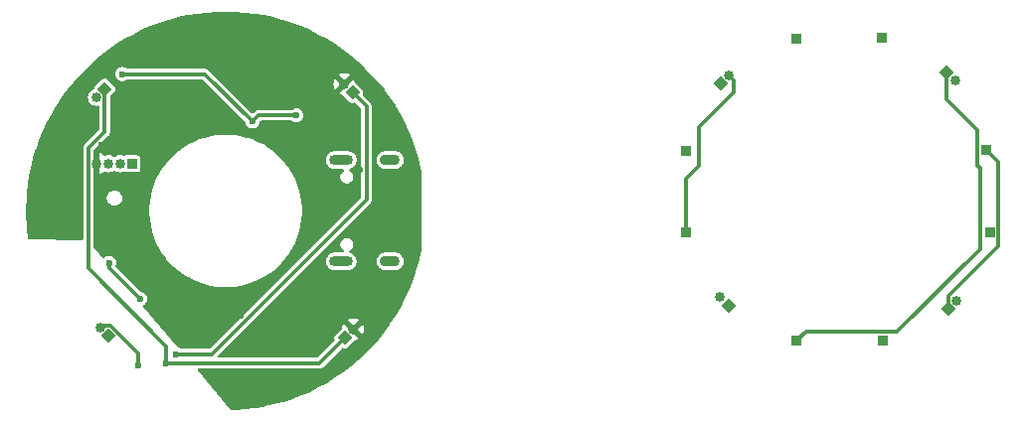
<source format=gbr>
%TF.GenerationSoftware,KiCad,Pcbnew,8.0.0*%
%TF.CreationDate,2024-05-16T16:09:19+03:00*%
%TF.ProjectId,pressure_sensor,70726573-7375-4726-955f-73656e736f72,rev?*%
%TF.SameCoordinates,Original*%
%TF.FileFunction,Copper,L2,Bot*%
%TF.FilePolarity,Positive*%
%FSLAX46Y46*%
G04 Gerber Fmt 4.6, Leading zero omitted, Abs format (unit mm)*
G04 Created by KiCad (PCBNEW 8.0.0) date 2024-05-16 16:09:19*
%MOMM*%
%LPD*%
G01*
G04 APERTURE LIST*
G04 Aperture macros list*
%AMHorizOval*
0 Thick line with rounded ends*
0 $1 width*
0 $2 $3 position (X,Y) of the first rounded end (center of the circle)*
0 $4 $5 position (X,Y) of the second rounded end (center of the circle)*
0 Add line between two ends*
20,1,$1,$2,$3,$4,$5,0*
0 Add two circle primitives to create the rounded ends*
1,1,$1,$2,$3*
1,1,$1,$4,$5*%
%AMRotRect*
0 Rectangle, with rotation*
0 The origin of the aperture is its center*
0 $1 length*
0 $2 width*
0 $3 Rotation angle, in degrees counterclockwise*
0 Add horizontal line*
21,1,$1,$2,0,0,$3*%
G04 Aperture macros list end*
%TA.AperFunction,ComponentPad*%
%ADD10R,0.850000X0.850000*%
%TD*%
%TA.AperFunction,ComponentPad*%
%ADD11RotRect,0.850000X0.850000X45.000000*%
%TD*%
%TA.AperFunction,ComponentPad*%
%ADD12HorizOval,0.850000X0.000000X0.000000X0.000000X0.000000X0*%
%TD*%
%TA.AperFunction,ComponentPad*%
%ADD13RotRect,0.850000X0.850000X225.000000*%
%TD*%
%TA.AperFunction,ComponentPad*%
%ADD14HorizOval,0.850000X0.000000X0.000000X0.000000X0.000000X0*%
%TD*%
%TA.AperFunction,ComponentPad*%
%ADD15RotRect,0.850000X0.850000X135.000000*%
%TD*%
%TA.AperFunction,ComponentPad*%
%ADD16HorizOval,0.850000X0.000000X0.000000X0.000000X0.000000X0*%
%TD*%
%TA.AperFunction,ComponentPad*%
%ADD17O,0.850000X0.850000*%
%TD*%
%TA.AperFunction,ComponentPad*%
%ADD18RotRect,0.850000X0.850000X315.000000*%
%TD*%
%TA.AperFunction,ComponentPad*%
%ADD19HorizOval,0.850000X0.000000X0.000000X0.000000X0.000000X0*%
%TD*%
%TA.AperFunction,ComponentPad*%
%ADD20O,2.000000X0.900000*%
%TD*%
%TA.AperFunction,ComponentPad*%
%ADD21O,1.700000X0.900000*%
%TD*%
%TA.AperFunction,ViaPad*%
%ADD22C,0.600000*%
%TD*%
%TA.AperFunction,Conductor*%
%ADD23C,0.300000*%
%TD*%
G04 APERTURE END LIST*
D10*
%TO.P,J12,1,Pin_1*%
%TO.N,/Ap*%
X234892136Y-81892136D03*
%TD*%
D11*
%TO.P,J10,1,Pin_1*%
%TO.N,/An*%
X231210029Y-68260029D03*
D12*
%TO.P,J10,2,Pin_2*%
%TO.N,+3.3VA*%
X231917136Y-68967136D03*
%TD*%
D13*
%TO.P,J2,1,Pin_1*%
%TO.N,+3.3V*%
X159825000Y-90725000D03*
D14*
%TO.P,J2,2,Pin_2*%
%TO.N,/A+*%
X159117893Y-90017893D03*
%TD*%
D13*
%TO.P,J4,1,Pin_1*%
%TO.N,/A+*%
X180600000Y-70000000D03*
D14*
%TO.P,J4,2,Pin_2*%
%TO.N,GND*%
X179892893Y-69292893D03*
%TD*%
D10*
%TO.P,J14,1,Pin_1*%
%TO.N,GNDA*%
X208992136Y-81892136D03*
%TD*%
D15*
%TO.P,J7,1,Pin_1*%
%TO.N,+3.3VA*%
X231317136Y-88467136D03*
D16*
%TO.P,J7,2,Pin_2*%
%TO.N,/Ap*%
X232024243Y-87760029D03*
%TD*%
D10*
%TO.P,J3,1,Pin_1*%
%TO.N,+3.3V*%
X161800001Y-76075000D03*
D17*
%TO.P,J3,2,Pin_2*%
%TO.N,/SWCLK*%
X160800001Y-76075000D03*
%TO.P,J3,3,Pin_3*%
%TO.N,/SWDIO*%
X159800001Y-76075000D03*
%TO.P,J3,4,Pin_4*%
%TO.N,GND*%
X158800001Y-76075000D03*
%TD*%
D10*
%TO.P,J1,1,Pin_1*%
%TO.N,+3.3VA*%
X234567136Y-74867136D03*
%TD*%
%TO.P,J16,1,Pin_1*%
%TO.N,/An*%
X218417136Y-91192136D03*
%TD*%
%TO.P,J18,1,Pin_1*%
%TO.N,GNDA*%
X218417136Y-65392136D03*
%TD*%
%TO.P,J13,1,Pin_1*%
%TO.N,/Ap*%
X208992136Y-74942136D03*
%TD*%
D15*
%TO.P,J8,1,Pin_1*%
%TO.N,/Ap*%
X211917136Y-69267136D03*
D16*
%TO.P,J8,2,Pin_2*%
%TO.N,GNDA*%
X212624243Y-68560029D03*
%TD*%
D10*
%TO.P,J17,1,Pin_1*%
%TO.N,/An*%
X225692136Y-65292136D03*
%TD*%
%TO.P,J15,1,Pin_1*%
%TO.N,+3.3VA*%
X225717136Y-91192136D03*
%TD*%
D13*
%TO.P,J9,1,Pin_1*%
%TO.N,/An*%
X212617136Y-88167136D03*
D14*
%TO.P,J9,2,Pin_2*%
%TO.N,GNDA*%
X211910029Y-87460029D03*
%TD*%
D18*
%TO.P,J6,1,Pin_1*%
%TO.N,/A-*%
X159503554Y-69696445D03*
D19*
%TO.P,J6,2,Pin_2*%
%TO.N,+3.3V*%
X158796447Y-70403552D03*
%TD*%
D15*
%TO.P,J5,1,Pin_1*%
%TO.N,/A-*%
X179942893Y-90907107D03*
D16*
%TO.P,J5,2,Pin_2*%
%TO.N,GND*%
X180650000Y-90200000D03*
%TD*%
D20*
%TO.P,J11,S1,SHIELD*%
%TO.N,unconnected-(J11-SHIELD-PadS1)_2*%
X179630001Y-84400000D03*
%TO.P,J11,S2,SHIELD*%
%TO.N,unconnected-(J11-SHIELD-PadS1)_0*%
X179630002Y-75749999D03*
D21*
%TO.P,J11,S3,SHIELD*%
%TO.N,unconnected-(J11-SHIELD-PadS1)*%
X183800001Y-84400000D03*
%TO.P,J11,S4,SHIELD*%
%TO.N,unconnected-(J11-SHIELD-PadS1)_1*%
X183800001Y-75750000D03*
%TD*%
D22*
%TO.N,GND*%
X176600000Y-86000000D03*
X177375000Y-72975000D03*
X159175000Y-74450000D03*
X181200000Y-76575000D03*
X164775000Y-89850000D03*
X171050000Y-89000000D03*
X160150000Y-82625000D03*
X166425000Y-70325000D03*
X176500000Y-91275000D03*
X168275000Y-91575000D03*
X177275000Y-90775000D03*
%TO.N,+3.3V*%
X172050000Y-72475000D03*
X162500000Y-87575000D03*
X175825000Y-71950000D03*
X161000000Y-68425000D03*
X159875000Y-84525000D03*
%TO.N,/A-*%
X164725000Y-93075000D03*
%TO.N,/A+*%
X165600000Y-92300000D03*
X162375000Y-93275000D03*
%TD*%
D23*
%TO.N,+3.3V*%
X159875000Y-84525000D02*
X159825000Y-84575000D01*
X172575000Y-71950000D02*
X172050000Y-72475000D01*
X159875000Y-84950000D02*
X159875000Y-84525000D01*
X162500000Y-87575000D02*
X159875000Y-84950000D01*
X161000000Y-68425000D02*
X168000000Y-68425000D01*
X168000000Y-68425000D02*
X172050000Y-72475000D01*
X175825000Y-71950000D02*
X172575000Y-71950000D01*
%TO.N,/A-*%
X158098001Y-74710997D02*
X159465370Y-73343628D01*
X159503554Y-73343628D02*
X159503554Y-69696445D01*
X158098001Y-84998001D02*
X158098001Y-74710997D01*
X164725000Y-93075000D02*
X177775000Y-93075000D01*
X159465370Y-73343628D02*
X159503554Y-73343628D01*
X164725000Y-93075000D02*
X164725000Y-91625000D01*
X177775000Y-93075000D02*
X179942893Y-90907107D01*
X164725000Y-91625000D02*
X158098001Y-84998001D01*
%TO.N,/A+*%
X162375000Y-92282222D02*
X159939737Y-89846959D01*
X165600000Y-92300000D02*
X168552818Y-92300000D01*
X162375000Y-93275000D02*
X162375000Y-92282222D01*
X159288827Y-89846959D02*
X159117893Y-90017893D01*
X159939737Y-89846959D02*
X159288827Y-89846959D01*
X181777000Y-71177000D02*
X180600000Y-70000000D01*
X168602818Y-92300000D02*
X181777000Y-79125818D01*
X181777000Y-79125818D02*
X181777000Y-71177000D01*
%TO.N,+3.3VA*%
X235594136Y-83080864D02*
X231317136Y-87357864D01*
X231317136Y-87357864D02*
X231317136Y-88467136D01*
X234567136Y-74867136D02*
X235594136Y-75894136D01*
X235594136Y-75894136D02*
X235594136Y-83080864D01*
%TO.N,GNDA*%
X210085989Y-72964011D02*
X210085989Y-76289009D01*
X212624243Y-68560029D02*
X213049242Y-68985028D01*
X213049242Y-68985028D02*
X213049242Y-70000758D01*
X210085989Y-76289009D02*
X208992136Y-77382862D01*
X208992136Y-77382862D02*
X208992136Y-81892136D01*
X213049242Y-70000758D02*
X210085989Y-72964011D01*
%TO.N,/An*%
X233831893Y-76214338D02*
X234022533Y-76404978D01*
X234022533Y-76404978D02*
X234022533Y-83338767D01*
X226953544Y-90407756D02*
X219201516Y-90407756D01*
X231210029Y-68260029D02*
X231210029Y-70615920D01*
X231210029Y-70615920D02*
X233831893Y-73237784D01*
X234022533Y-83338767D02*
X226953544Y-90407756D01*
X233831893Y-73237784D02*
X233831893Y-76214338D01*
X219201516Y-90407756D02*
X218417136Y-91192136D01*
%TD*%
%TA.AperFunction,Conductor*%
%TO.N,GND*%
G36*
X170618493Y-63117301D02*
G01*
X170624412Y-63117588D01*
X171437989Y-63176674D01*
X171443932Y-63177249D01*
X172253712Y-63275575D01*
X172259622Y-63276438D01*
X173063673Y-63413766D01*
X173069550Y-63414917D01*
X173866028Y-63590931D01*
X173871845Y-63592364D01*
X174658916Y-63806660D01*
X174664635Y-63808367D01*
X175440417Y-64060434D01*
X175446047Y-64062415D01*
X175950890Y-64253877D01*
X176208750Y-64351671D01*
X176214300Y-64353931D01*
X176962108Y-64679684D01*
X176967543Y-64682209D01*
X177698764Y-65043722D01*
X177704069Y-65046506D01*
X178416970Y-65442927D01*
X178422125Y-65445959D01*
X179115023Y-65876347D01*
X179120033Y-65879629D01*
X179791347Y-66343004D01*
X179796185Y-66346519D01*
X180444320Y-66841779D01*
X180448993Y-66845532D01*
X181072447Y-67371532D01*
X181076932Y-67375506D01*
X181641398Y-67900464D01*
X181674236Y-67931003D01*
X181678517Y-67935182D01*
X182248304Y-68518908D01*
X182252357Y-68523266D01*
X182544725Y-68853281D01*
X182793267Y-69133827D01*
X182797132Y-69138407D01*
X183307924Y-69774403D01*
X183311562Y-69779165D01*
X183791003Y-70439059D01*
X183794407Y-70443990D01*
X184241423Y-71126302D01*
X184244585Y-71131393D01*
X184658098Y-71834478D01*
X184661011Y-71839715D01*
X185029988Y-72542743D01*
X185040098Y-72562005D01*
X185042753Y-72567377D01*
X185386473Y-73307079D01*
X185388867Y-73312573D01*
X185696466Y-74068060D01*
X185698591Y-74073663D01*
X185969333Y-74843135D01*
X185971184Y-74848835D01*
X186204418Y-75630435D01*
X186205993Y-75636217D01*
X186401204Y-76428223D01*
X186402497Y-76434074D01*
X186447690Y-76664912D01*
X186450000Y-76688736D01*
X186450000Y-83511262D01*
X186447690Y-83535086D01*
X186402497Y-83765925D01*
X186401204Y-83771776D01*
X186205993Y-84563782D01*
X186204418Y-84569564D01*
X185971184Y-85351164D01*
X185969333Y-85356864D01*
X185698591Y-86126336D01*
X185696466Y-86131939D01*
X185388867Y-86887426D01*
X185386473Y-86892920D01*
X185042753Y-87632622D01*
X185040098Y-87637994D01*
X184661011Y-88360284D01*
X184658098Y-88365521D01*
X184244585Y-89068606D01*
X184241423Y-89073697D01*
X183794407Y-89756009D01*
X183791003Y-89760940D01*
X183311562Y-90420834D01*
X183307924Y-90425596D01*
X182797132Y-91061592D01*
X182793267Y-91066172D01*
X182252371Y-91676718D01*
X182248290Y-91681106D01*
X181678524Y-92264810D01*
X181674236Y-92268996D01*
X181076932Y-92824493D01*
X181072447Y-92828467D01*
X180448993Y-93354467D01*
X180444320Y-93358220D01*
X179796185Y-93853480D01*
X179791337Y-93857002D01*
X179120036Y-94320368D01*
X179115023Y-94323652D01*
X178422125Y-94754040D01*
X178416960Y-94757078D01*
X177704070Y-95153492D01*
X177698764Y-95156277D01*
X176967543Y-95517790D01*
X176962108Y-95520315D01*
X176214300Y-95846068D01*
X176208750Y-95848328D01*
X175446058Y-96137580D01*
X175440405Y-96139569D01*
X174664646Y-96391628D01*
X174658904Y-96393342D01*
X173871847Y-96607634D01*
X173866028Y-96609068D01*
X173069550Y-96785082D01*
X173063669Y-96786233D01*
X172259631Y-96923559D01*
X172253702Y-96924425D01*
X171443943Y-97022748D01*
X171437978Y-97023326D01*
X170624446Y-97082409D01*
X170618460Y-97082699D01*
X170329310Y-97089687D01*
X170261814Y-97071628D01*
X170231681Y-97045851D01*
X167423748Y-93729628D01*
X167395450Y-93665746D01*
X167406182Y-93596705D01*
X167452536Y-93544427D01*
X167518381Y-93525500D01*
X177834308Y-93525500D01*
X177834309Y-93525500D01*
X177924673Y-93501286D01*
X177948887Y-93494799D01*
X178051614Y-93435489D01*
X179679476Y-91807625D01*
X179740797Y-91774142D01*
X179810488Y-91779126D01*
X179811946Y-91779680D01*
X179886720Y-91808648D01*
X179886722Y-91808648D01*
X179999066Y-91808648D01*
X180103826Y-91768063D01*
X180123654Y-91752358D01*
X180726065Y-91149945D01*
X180787381Y-91116464D01*
X180787960Y-91116340D01*
X180937412Y-91084573D01*
X181105973Y-91009525D01*
X180650000Y-90553553D01*
X180508387Y-90411940D01*
X180600272Y-90450000D01*
X180699728Y-90450000D01*
X180791614Y-90411940D01*
X180861940Y-90341614D01*
X180900000Y-90249728D01*
X180900000Y-90200001D01*
X181003553Y-90200001D01*
X181456555Y-90653003D01*
X181499683Y-90578304D01*
X181499686Y-90578298D01*
X181559768Y-90393382D01*
X181559769Y-90393380D01*
X181580094Y-90200000D01*
X181559769Y-90006619D01*
X181559768Y-90006617D01*
X181499686Y-89821701D01*
X181499683Y-89821695D01*
X181456555Y-89746996D01*
X181003553Y-90199999D01*
X181003553Y-90200001D01*
X180900000Y-90200001D01*
X180900000Y-90150272D01*
X180861940Y-90058386D01*
X180791614Y-89988060D01*
X180699728Y-89950000D01*
X180600272Y-89950000D01*
X180508386Y-89988060D01*
X180438060Y-90058386D01*
X180400000Y-90150272D01*
X180400000Y-90249728D01*
X180438059Y-90341612D01*
X179843443Y-89746996D01*
X179800315Y-89821697D01*
X179740231Y-90006617D01*
X179740229Y-90006628D01*
X179735759Y-90049149D01*
X179709174Y-90113763D01*
X179700120Y-90123866D01*
X179097648Y-90726340D01*
X179081937Y-90746173D01*
X179081937Y-90746174D01*
X179041352Y-90850934D01*
X179041352Y-90963280D01*
X179059268Y-91009525D01*
X179070318Y-91038048D01*
X179076180Y-91107671D01*
X179043470Y-91169411D01*
X179042372Y-91170523D01*
X177624716Y-92588181D01*
X177563393Y-92621666D01*
X177537035Y-92624500D01*
X169214783Y-92624500D01*
X169147744Y-92604815D01*
X169101989Y-92552011D01*
X169092045Y-92482853D01*
X169121070Y-92419297D01*
X169127102Y-92412819D01*
X172149448Y-89390473D01*
X180194025Y-89390473D01*
X180650000Y-89846447D01*
X180650001Y-89846447D01*
X181105973Y-89390473D01*
X180937413Y-89315426D01*
X180747221Y-89275000D01*
X180552779Y-89275000D01*
X180362586Y-89315426D01*
X180362585Y-89315426D01*
X180194025Y-89390473D01*
X172149448Y-89390473D01*
X175413585Y-86126336D01*
X177066001Y-84473920D01*
X178329500Y-84473920D01*
X178358341Y-84618907D01*
X178358344Y-84618917D01*
X178414913Y-84755488D01*
X178414920Y-84755501D01*
X178497049Y-84878415D01*
X178497052Y-84878419D01*
X178601581Y-84982948D01*
X178601585Y-84982951D01*
X178724499Y-85065080D01*
X178724512Y-85065087D01*
X178861083Y-85121656D01*
X178861088Y-85121658D01*
X178861092Y-85121658D01*
X178861093Y-85121659D01*
X179006080Y-85150500D01*
X179006083Y-85150500D01*
X180253921Y-85150500D01*
X180387708Y-85123887D01*
X180398914Y-85121658D01*
X180535496Y-85065084D01*
X180658417Y-84982951D01*
X180762952Y-84878416D01*
X180845085Y-84755495D01*
X180901659Y-84618913D01*
X180920340Y-84524998D01*
X180930501Y-84473920D01*
X182649500Y-84473920D01*
X182678341Y-84618907D01*
X182678344Y-84618917D01*
X182734913Y-84755488D01*
X182734920Y-84755501D01*
X182817049Y-84878415D01*
X182817052Y-84878419D01*
X182921581Y-84982948D01*
X182921585Y-84982951D01*
X183044499Y-85065080D01*
X183044512Y-85065087D01*
X183181083Y-85121656D01*
X183181088Y-85121658D01*
X183181092Y-85121658D01*
X183181093Y-85121659D01*
X183326080Y-85150500D01*
X183326083Y-85150500D01*
X184273921Y-85150500D01*
X184407708Y-85123887D01*
X184418914Y-85121658D01*
X184555496Y-85065084D01*
X184678417Y-84982951D01*
X184782952Y-84878416D01*
X184865085Y-84755495D01*
X184921659Y-84618913D01*
X184940340Y-84524998D01*
X184950501Y-84473920D01*
X184950501Y-84326079D01*
X184921660Y-84181092D01*
X184921659Y-84181091D01*
X184921659Y-84181087D01*
X184921657Y-84181082D01*
X184865088Y-84044511D01*
X184865081Y-84044498D01*
X184782952Y-83921584D01*
X184782949Y-83921580D01*
X184678420Y-83817051D01*
X184678416Y-83817048D01*
X184555502Y-83734919D01*
X184555489Y-83734912D01*
X184418918Y-83678343D01*
X184418908Y-83678340D01*
X184273921Y-83649500D01*
X184273919Y-83649500D01*
X183326083Y-83649500D01*
X183326081Y-83649500D01*
X183181093Y-83678340D01*
X183181083Y-83678343D01*
X183044512Y-83734912D01*
X183044499Y-83734919D01*
X182921585Y-83817048D01*
X182921581Y-83817051D01*
X182817052Y-83921580D01*
X182817049Y-83921584D01*
X182734920Y-84044498D01*
X182734913Y-84044511D01*
X182678344Y-84181082D01*
X182678341Y-84181092D01*
X182649501Y-84326079D01*
X182649501Y-84326082D01*
X182649501Y-84473918D01*
X182649501Y-84473920D01*
X182649500Y-84473920D01*
X180930501Y-84473920D01*
X180930501Y-84326079D01*
X180901660Y-84181092D01*
X180901659Y-84181091D01*
X180901659Y-84181087D01*
X180901657Y-84181082D01*
X180845088Y-84044511D01*
X180845081Y-84044498D01*
X180762952Y-83921584D01*
X180762949Y-83921580D01*
X180658420Y-83817051D01*
X180658416Y-83817048D01*
X180535502Y-83734919D01*
X180535489Y-83734912D01*
X180393287Y-83676011D01*
X180394033Y-83674207D01*
X180343135Y-83640843D01*
X180314686Y-83577027D01*
X180325255Y-83507961D01*
X180371486Y-83455573D01*
X180375579Y-83453104D01*
X180458016Y-83405509D01*
X180560510Y-83303015D01*
X180632985Y-83177485D01*
X180670501Y-83037475D01*
X180670501Y-82892525D01*
X180632985Y-82752515D01*
X180560510Y-82626985D01*
X180458016Y-82524491D01*
X180458014Y-82524490D01*
X180458012Y-82524488D01*
X180332489Y-82452017D01*
X180332490Y-82452017D01*
X180321007Y-82448940D01*
X180192476Y-82414500D01*
X180047526Y-82414500D01*
X179918994Y-82448940D01*
X179907512Y-82452017D01*
X179781989Y-82524488D01*
X179781983Y-82524493D01*
X179679494Y-82626982D01*
X179679489Y-82626988D01*
X179607018Y-82752511D01*
X179607017Y-82752515D01*
X179569501Y-82892525D01*
X179569501Y-83037475D01*
X179607017Y-83177485D01*
X179607018Y-83177488D01*
X179679489Y-83303011D01*
X179679491Y-83303013D01*
X179679492Y-83303015D01*
X179781986Y-83405509D01*
X179803817Y-83418113D01*
X179852032Y-83468680D01*
X179865256Y-83537287D01*
X179839288Y-83602151D01*
X179782374Y-83642680D01*
X179741817Y-83649500D01*
X179006081Y-83649500D01*
X178861093Y-83678340D01*
X178861083Y-83678343D01*
X178724512Y-83734912D01*
X178724499Y-83734919D01*
X178601585Y-83817048D01*
X178601581Y-83817051D01*
X178497052Y-83921580D01*
X178497049Y-83921584D01*
X178414920Y-84044498D01*
X178414913Y-84044511D01*
X178358344Y-84181082D01*
X178358341Y-84181092D01*
X178329501Y-84326079D01*
X178329501Y-84326082D01*
X178329501Y-84473918D01*
X178329501Y-84473920D01*
X178329500Y-84473920D01*
X177066001Y-84473920D01*
X182137490Y-79402432D01*
X182196799Y-79299705D01*
X182203285Y-79275493D01*
X182203286Y-79275493D01*
X182203286Y-79275489D01*
X182227500Y-79185127D01*
X182227500Y-75823920D01*
X182649500Y-75823920D01*
X182678341Y-75968907D01*
X182678344Y-75968917D01*
X182734913Y-76105488D01*
X182734920Y-76105501D01*
X182817049Y-76228415D01*
X182817052Y-76228419D01*
X182921581Y-76332948D01*
X182921585Y-76332951D01*
X183044499Y-76415080D01*
X183044512Y-76415087D01*
X183181081Y-76471655D01*
X183181088Y-76471658D01*
X183181092Y-76471658D01*
X183181093Y-76471659D01*
X183326080Y-76500500D01*
X183326083Y-76500500D01*
X184273921Y-76500500D01*
X184371463Y-76481096D01*
X184418914Y-76471658D01*
X184555496Y-76415084D01*
X184678417Y-76332951D01*
X184782952Y-76228416D01*
X184865085Y-76105495D01*
X184921659Y-75968913D01*
X184950501Y-75823918D01*
X184950501Y-75676082D01*
X184950501Y-75676081D01*
X184950501Y-75676079D01*
X184921660Y-75531092D01*
X184921659Y-75531091D01*
X184921659Y-75531087D01*
X184882740Y-75437127D01*
X184865088Y-75394511D01*
X184865081Y-75394498D01*
X184782952Y-75271584D01*
X184782949Y-75271580D01*
X184678420Y-75167051D01*
X184678416Y-75167048D01*
X184555502Y-75084919D01*
X184555489Y-75084912D01*
X184418918Y-75028343D01*
X184418908Y-75028340D01*
X184273921Y-74999500D01*
X184273919Y-74999500D01*
X183326083Y-74999500D01*
X183326081Y-74999500D01*
X183181093Y-75028340D01*
X183181083Y-75028343D01*
X183044512Y-75084912D01*
X183044499Y-75084919D01*
X182921585Y-75167048D01*
X182921581Y-75167051D01*
X182817052Y-75271580D01*
X182817049Y-75271584D01*
X182734920Y-75394498D01*
X182734913Y-75394511D01*
X182678344Y-75531082D01*
X182678341Y-75531092D01*
X182649501Y-75676079D01*
X182649501Y-75676081D01*
X182649501Y-75676082D01*
X182649501Y-75823918D01*
X182649501Y-75823920D01*
X182649500Y-75823920D01*
X182227500Y-75823920D01*
X182227500Y-71117691D01*
X182196799Y-71003114D01*
X182146813Y-70916536D01*
X182138156Y-70901541D01*
X182137491Y-70900389D01*
X182137487Y-70900384D01*
X181500520Y-70263417D01*
X181467035Y-70202094D01*
X181472019Y-70132402D01*
X181472575Y-70130941D01*
X181483625Y-70102418D01*
X181501541Y-70056173D01*
X181501541Y-69943827D01*
X181460956Y-69839067D01*
X181445251Y-69819239D01*
X180842771Y-69216761D01*
X180809287Y-69155439D01*
X180807132Y-69142040D01*
X180802663Y-69099519D01*
X180802663Y-69099516D01*
X180742579Y-68914594D01*
X180742576Y-68914588D01*
X180699448Y-68839889D01*
X180104834Y-69434504D01*
X180142893Y-69342621D01*
X180142893Y-69243165D01*
X180104833Y-69151279D01*
X180034507Y-69080953D01*
X179942621Y-69042893D01*
X179843165Y-69042893D01*
X179751279Y-69080953D01*
X179680953Y-69151279D01*
X179642893Y-69243165D01*
X179642893Y-69342621D01*
X179680953Y-69434507D01*
X179751279Y-69504833D01*
X179843165Y-69542893D01*
X179942621Y-69542893D01*
X180034504Y-69504833D01*
X179892893Y-69646446D01*
X179436918Y-70102418D01*
X179605480Y-70177466D01*
X179754928Y-70209232D01*
X179816410Y-70242424D01*
X179816829Y-70242841D01*
X180419233Y-70845244D01*
X180419237Y-70845247D01*
X180419239Y-70845249D01*
X180439067Y-70860956D01*
X180543827Y-70901541D01*
X180543829Y-70901541D01*
X180656173Y-70901541D01*
X180730941Y-70872574D01*
X180800564Y-70866712D01*
X180862305Y-70899421D01*
X180863417Y-70900520D01*
X181290181Y-71327284D01*
X181323666Y-71388607D01*
X181326500Y-71414965D01*
X181326500Y-78887852D01*
X181306815Y-78954891D01*
X181290181Y-78975533D01*
X168452534Y-91813181D01*
X168391211Y-91846666D01*
X168364853Y-91849500D01*
X166041419Y-91849500D01*
X165974380Y-91829815D01*
X165965933Y-91823876D01*
X165902841Y-91775464D01*
X165756759Y-91714954D01*
X165748912Y-91712852D01*
X165749516Y-91710595D01*
X165696586Y-91687177D01*
X165682038Y-91672635D01*
X162798273Y-88266853D01*
X162769975Y-88202971D01*
X162780707Y-88133930D01*
X162817420Y-88088349D01*
X162928282Y-88003282D01*
X163024536Y-87877841D01*
X163085044Y-87731762D01*
X163105682Y-87575000D01*
X163085044Y-87418238D01*
X163024536Y-87272159D01*
X162928282Y-87146718D01*
X162802841Y-87050464D01*
X162802839Y-87050463D01*
X162656761Y-86989955D01*
X162577916Y-86979575D01*
X162514019Y-86951308D01*
X162506421Y-86944317D01*
X160455313Y-84893210D01*
X160421828Y-84831887D01*
X160426812Y-84762195D01*
X160428420Y-84758107D01*
X160460044Y-84681762D01*
X160480682Y-84525000D01*
X160460044Y-84368238D01*
X160399536Y-84222159D01*
X160303282Y-84096718D01*
X160177841Y-84000464D01*
X160031762Y-83939956D01*
X160031760Y-83939955D01*
X159875001Y-83919318D01*
X159874999Y-83919318D01*
X159718239Y-83939955D01*
X159718237Y-83939956D01*
X159572160Y-84000463D01*
X159446710Y-84096724D01*
X159444822Y-84098613D01*
X159442838Y-84099695D01*
X159440271Y-84101666D01*
X159439963Y-84101265D01*
X159383497Y-84132094D01*
X159313806Y-84127105D01*
X159262515Y-84091054D01*
X159030506Y-83817048D01*
X158577868Y-83282472D01*
X158549570Y-83218590D01*
X158548501Y-83202344D01*
X158548501Y-80355292D01*
X163302506Y-80355292D01*
X163342565Y-80864288D01*
X163342565Y-80864289D01*
X163422435Y-81368573D01*
X163422436Y-81368576D01*
X163541628Y-81865044D01*
X163541632Y-81865055D01*
X163699401Y-82350623D01*
X163802697Y-82600000D01*
X163894792Y-82822338D01*
X164126588Y-83277263D01*
X164126593Y-83277271D01*
X164126595Y-83277275D01*
X164126598Y-83277281D01*
X164325680Y-83602151D01*
X164393363Y-83712600D01*
X164436357Y-83771776D01*
X164693465Y-84125655D01*
X164693476Y-84125669D01*
X164740803Y-84181082D01*
X165025062Y-84513907D01*
X165386093Y-84874938D01*
X165774337Y-85206529D01*
X166187400Y-85506637D01*
X166381011Y-85625282D01*
X166622718Y-85773401D01*
X166622723Y-85773403D01*
X166622737Y-85773412D01*
X167077662Y-86005208D01*
X167549371Y-86200596D01*
X167549376Y-86200598D01*
X167672843Y-86240714D01*
X168034956Y-86358372D01*
X168531424Y-86477564D01*
X169035712Y-86557435D01*
X169544713Y-86597494D01*
X170055279Y-86597494D01*
X170055287Y-86597494D01*
X170564288Y-86557435D01*
X171068576Y-86477564D01*
X171565044Y-86358372D01*
X172050629Y-86200596D01*
X172522338Y-86005208D01*
X172977263Y-85773412D01*
X173412600Y-85506637D01*
X173825663Y-85206529D01*
X174213907Y-84874938D01*
X174574938Y-84513907D01*
X174906529Y-84125663D01*
X175206637Y-83712600D01*
X175473412Y-83277263D01*
X175705208Y-82822338D01*
X175900596Y-82350629D01*
X176058372Y-81865044D01*
X176177564Y-81368576D01*
X176257435Y-80864288D01*
X176297494Y-80355287D01*
X176300000Y-80100000D01*
X176297494Y-79844713D01*
X176257435Y-79335712D01*
X176177564Y-78831424D01*
X176058372Y-78334956D01*
X175900596Y-77849371D01*
X175705208Y-77377662D01*
X175473412Y-76922737D01*
X175473403Y-76922723D01*
X175473401Y-76922718D01*
X175315417Y-76664912D01*
X175206637Y-76487400D01*
X174906529Y-76074337D01*
X174692652Y-75823919D01*
X178329501Y-75823919D01*
X178358342Y-75968906D01*
X178358345Y-75968916D01*
X178414914Y-76105487D01*
X178414921Y-76105500D01*
X178497050Y-76228414D01*
X178497053Y-76228418D01*
X178601582Y-76332947D01*
X178601586Y-76332950D01*
X178724500Y-76415079D01*
X178724513Y-76415086D01*
X178770355Y-76434074D01*
X178861089Y-76471657D01*
X178861093Y-76471657D01*
X178861094Y-76471658D01*
X179006081Y-76500499D01*
X179741818Y-76500499D01*
X179808857Y-76520184D01*
X179854612Y-76572988D01*
X179864556Y-76642146D01*
X179835531Y-76705702D01*
X179803820Y-76731884D01*
X179789259Y-76740292D01*
X179781986Y-76744491D01*
X179781983Y-76744493D01*
X179679494Y-76846982D01*
X179679489Y-76846988D01*
X179607018Y-76972511D01*
X179607017Y-76972515D01*
X179569501Y-77112525D01*
X179569501Y-77257475D01*
X179601706Y-77377664D01*
X179607018Y-77397488D01*
X179679489Y-77523011D01*
X179679491Y-77523013D01*
X179679492Y-77523015D01*
X179781986Y-77625509D01*
X179781987Y-77625510D01*
X179781989Y-77625511D01*
X179907512Y-77697982D01*
X179907513Y-77697982D01*
X179907516Y-77697984D01*
X180047526Y-77735500D01*
X180047529Y-77735500D01*
X180192473Y-77735500D01*
X180192476Y-77735500D01*
X180332486Y-77697984D01*
X180458016Y-77625509D01*
X180560510Y-77523015D01*
X180632985Y-77397485D01*
X180670501Y-77257475D01*
X180670501Y-77112525D01*
X180632985Y-76972515D01*
X180630103Y-76967524D01*
X180560512Y-76846988D01*
X180560507Y-76846982D01*
X180458018Y-76744493D01*
X180458016Y-76744491D01*
X180412706Y-76718331D01*
X180375578Y-76696895D01*
X180327362Y-76646328D01*
X180314140Y-76577721D01*
X180340108Y-76512856D01*
X180393607Y-76474759D01*
X180393288Y-76473988D01*
X180396641Y-76472598D01*
X180397022Y-76472328D01*
X180398288Y-76471916D01*
X180398911Y-76471657D01*
X180398915Y-76471657D01*
X180518504Y-76422121D01*
X180535490Y-76415086D01*
X180535490Y-76415085D01*
X180535497Y-76415083D01*
X180658418Y-76332950D01*
X180762953Y-76228415D01*
X180845086Y-76105494D01*
X180901660Y-75968912D01*
X180930287Y-75825000D01*
X180930502Y-75823919D01*
X180930502Y-75676078D01*
X180901661Y-75531091D01*
X180901660Y-75531087D01*
X180901660Y-75531086D01*
X180879354Y-75477235D01*
X180845089Y-75394510D01*
X180845082Y-75394497D01*
X180762953Y-75271583D01*
X180762950Y-75271579D01*
X180658421Y-75167050D01*
X180658417Y-75167047D01*
X180535503Y-75084918D01*
X180535490Y-75084911D01*
X180398919Y-75028342D01*
X180398909Y-75028339D01*
X180253922Y-74999499D01*
X180253920Y-74999499D01*
X179006084Y-74999499D01*
X179006082Y-74999499D01*
X178861094Y-75028339D01*
X178861084Y-75028342D01*
X178724513Y-75084911D01*
X178724500Y-75084918D01*
X178601586Y-75167047D01*
X178601582Y-75167050D01*
X178497053Y-75271579D01*
X178497050Y-75271583D01*
X178414921Y-75394497D01*
X178414914Y-75394510D01*
X178358345Y-75531081D01*
X178358342Y-75531091D01*
X178329502Y-75676078D01*
X178329502Y-75676079D01*
X178329502Y-75676081D01*
X178329502Y-75823917D01*
X178329502Y-75823919D01*
X178329501Y-75823919D01*
X174692652Y-75823919D01*
X174574938Y-75686093D01*
X174213907Y-75325062D01*
X174151291Y-75271583D01*
X173825669Y-74993476D01*
X173825655Y-74993465D01*
X173412601Y-74693364D01*
X173412600Y-74693363D01*
X173344593Y-74651688D01*
X172977281Y-74426598D01*
X172977275Y-74426595D01*
X172977271Y-74426593D01*
X172977263Y-74426588D01*
X172522338Y-74194792D01*
X172371210Y-74132193D01*
X172050623Y-73999401D01*
X171705126Y-73887143D01*
X171565044Y-73841628D01*
X171565032Y-73841625D01*
X171068573Y-73722435D01*
X170564288Y-73642565D01*
X170055292Y-73602506D01*
X170055287Y-73602506D01*
X169544713Y-73602506D01*
X169544707Y-73602506D01*
X169035711Y-73642565D01*
X169035710Y-73642565D01*
X168531426Y-73722435D01*
X168034967Y-73841625D01*
X168034961Y-73841626D01*
X168034956Y-73841628D01*
X168034944Y-73841632D01*
X167549376Y-73999401D01*
X167077664Y-74194791D01*
X167077662Y-74194792D01*
X166622737Y-74426588D01*
X166622733Y-74426590D01*
X166622724Y-74426595D01*
X166622718Y-74426598D01*
X166187409Y-74693357D01*
X166187398Y-74693364D01*
X165774344Y-74993465D01*
X165774330Y-74993476D01*
X165386099Y-75325056D01*
X165386085Y-75325069D01*
X165025069Y-75686085D01*
X165025056Y-75686099D01*
X164693476Y-76074330D01*
X164693465Y-76074344D01*
X164393364Y-76487398D01*
X164393357Y-76487409D01*
X164126598Y-76922718D01*
X164126595Y-76922724D01*
X163894791Y-77377664D01*
X163699401Y-77849376D01*
X163541632Y-78334944D01*
X163541625Y-78334967D01*
X163422435Y-78831426D01*
X163342565Y-79335710D01*
X163342565Y-79335711D01*
X163302506Y-79844707D01*
X163302506Y-80355292D01*
X158548501Y-80355292D01*
X158548501Y-79064071D01*
X159674499Y-79064071D01*
X159699497Y-79189738D01*
X159699499Y-79189744D01*
X159748533Y-79308124D01*
X159748538Y-79308133D01*
X159819723Y-79414668D01*
X159819726Y-79414672D01*
X159910327Y-79505273D01*
X159910331Y-79505276D01*
X160016866Y-79576461D01*
X160016872Y-79576464D01*
X160016873Y-79576465D01*
X160135256Y-79625501D01*
X160135260Y-79625501D01*
X160135261Y-79625502D01*
X160260928Y-79650500D01*
X160260931Y-79650500D01*
X160389071Y-79650500D01*
X160473615Y-79633682D01*
X160514744Y-79625501D01*
X160633127Y-79576465D01*
X160739669Y-79505276D01*
X160830276Y-79414669D01*
X160901465Y-79308127D01*
X160950501Y-79189744D01*
X160975500Y-79064069D01*
X160975500Y-78935931D01*
X160975500Y-78935928D01*
X160950502Y-78810261D01*
X160950501Y-78810260D01*
X160950501Y-78810256D01*
X160901465Y-78691873D01*
X160901464Y-78691872D01*
X160901461Y-78691866D01*
X160830276Y-78585331D01*
X160830273Y-78585327D01*
X160739672Y-78494726D01*
X160739668Y-78494723D01*
X160633133Y-78423538D01*
X160633124Y-78423533D01*
X160514744Y-78374499D01*
X160514738Y-78374497D01*
X160389071Y-78349500D01*
X160389069Y-78349500D01*
X160260931Y-78349500D01*
X160260929Y-78349500D01*
X160135261Y-78374497D01*
X160135255Y-78374499D01*
X160016875Y-78423533D01*
X160016866Y-78423538D01*
X159910331Y-78494723D01*
X159910327Y-78494726D01*
X159819726Y-78585327D01*
X159819723Y-78585331D01*
X159748538Y-78691866D01*
X159748533Y-78691875D01*
X159699499Y-78810255D01*
X159699497Y-78810261D01*
X159674500Y-78935928D01*
X159674500Y-78935931D01*
X159674500Y-79064069D01*
X159674500Y-79064071D01*
X159674499Y-79064071D01*
X158548501Y-79064071D01*
X158548501Y-77027888D01*
X158550001Y-77022779D01*
X158550001Y-76124728D01*
X158588061Y-76216614D01*
X158658387Y-76286940D01*
X158750273Y-76325000D01*
X158849729Y-76325000D01*
X158941615Y-76286940D01*
X159011941Y-76216614D01*
X159050001Y-76124728D01*
X159050001Y-76967524D01*
X159087413Y-76959573D01*
X159265050Y-76880484D01*
X159420634Y-76767445D01*
X159486440Y-76743965D01*
X159534470Y-76750720D01*
X159637540Y-76786786D01*
X159637546Y-76786786D01*
X159637547Y-76786787D01*
X159799997Y-76805091D01*
X159800001Y-76805091D01*
X159800005Y-76805091D01*
X159962456Y-76786787D01*
X159962457Y-76786786D01*
X159962462Y-76786786D01*
X160116776Y-76732789D01*
X160234029Y-76659113D01*
X160301265Y-76640113D01*
X160365972Y-76659113D01*
X160426101Y-76696895D01*
X160481788Y-76731886D01*
X160483226Y-76732789D01*
X160637540Y-76786786D01*
X160637543Y-76786786D01*
X160637545Y-76786787D01*
X160799997Y-76805091D01*
X160800001Y-76805091D01*
X160800005Y-76805091D01*
X160962458Y-76786787D01*
X160962460Y-76786786D01*
X160962462Y-76786786D01*
X161095334Y-76740291D01*
X161165111Y-76736730D01*
X161191366Y-76748378D01*
X161191726Y-76747565D01*
X161202235Y-76752205D01*
X161202236Y-76752206D01*
X161305010Y-76797585D01*
X161330136Y-76800500D01*
X162269865Y-76800499D01*
X162269880Y-76800497D01*
X162269883Y-76800497D01*
X162294988Y-76797586D01*
X162294989Y-76797585D01*
X162294992Y-76797585D01*
X162397766Y-76752206D01*
X162477207Y-76672765D01*
X162522586Y-76569991D01*
X162525501Y-76544865D01*
X162525500Y-75605136D01*
X162525498Y-75605117D01*
X162522587Y-75580012D01*
X162522586Y-75580010D01*
X162522586Y-75580009D01*
X162477207Y-75477235D01*
X162397766Y-75397794D01*
X162363251Y-75382554D01*
X162294993Y-75352415D01*
X162269866Y-75349500D01*
X161330144Y-75349500D01*
X161330118Y-75349502D01*
X161305013Y-75352413D01*
X161305009Y-75352415D01*
X161191725Y-75402435D01*
X161190684Y-75400077D01*
X161139913Y-75416613D01*
X161095334Y-75409708D01*
X160962462Y-75363214D01*
X160962460Y-75363213D01*
X160962455Y-75363212D01*
X160800005Y-75344909D01*
X160799997Y-75344909D01*
X160637545Y-75363212D01*
X160483226Y-75417210D01*
X160365973Y-75490886D01*
X160298736Y-75509886D01*
X160234029Y-75490886D01*
X160116775Y-75417210D01*
X159962456Y-75363212D01*
X159800005Y-75344909D01*
X159799997Y-75344909D01*
X159637545Y-75363212D01*
X159534474Y-75399278D01*
X159464695Y-75402839D01*
X159420634Y-75382554D01*
X159265052Y-75269516D01*
X159087413Y-75190426D01*
X159050001Y-75182473D01*
X159050001Y-76025272D01*
X159011941Y-75933386D01*
X158941615Y-75863060D01*
X158849729Y-75825000D01*
X158750273Y-75825000D01*
X158658387Y-75863060D01*
X158588061Y-75933386D01*
X158550001Y-76025272D01*
X158550001Y-75131440D01*
X158548501Y-75122110D01*
X158548501Y-74948962D01*
X158568186Y-74881923D01*
X158584820Y-74861281D01*
X159101730Y-74344371D01*
X159678285Y-73767815D01*
X159703957Y-73748116D01*
X159780167Y-73704117D01*
X159864043Y-73620241D01*
X159923353Y-73517514D01*
X159954054Y-73402937D01*
X159954054Y-70323318D01*
X159973739Y-70256279D01*
X159990373Y-70235637D01*
X160348798Y-69877211D01*
X160348797Y-69877211D01*
X160348803Y-69877206D01*
X160364510Y-69857378D01*
X160405095Y-69752618D01*
X160405095Y-69640272D01*
X160364510Y-69535512D01*
X160348805Y-69515684D01*
X160261190Y-69428069D01*
X159684320Y-68851200D01*
X159664487Y-68835489D01*
X159664484Y-68835488D01*
X159559727Y-68794904D01*
X159447381Y-68794904D01*
X159342620Y-68835489D01*
X159322801Y-68851187D01*
X159322791Y-68851195D01*
X158658309Y-69515678D01*
X158642598Y-69535511D01*
X158642597Y-69535514D01*
X158631749Y-69563515D01*
X158602013Y-69640272D01*
X158602013Y-69640273D01*
X158597863Y-69650986D01*
X158595844Y-69650204D01*
X158570989Y-69699078D01*
X158521732Y-69731045D01*
X158479669Y-69745764D01*
X158341242Y-69832744D01*
X158225639Y-69948347D01*
X158138657Y-70086777D01*
X158084659Y-70241096D01*
X158066356Y-70403548D01*
X158066356Y-70403555D01*
X158084659Y-70566007D01*
X158138657Y-70720326D01*
X158138658Y-70720327D01*
X158225639Y-70858756D01*
X158341243Y-70974360D01*
X158479672Y-71061341D01*
X158633986Y-71115338D01*
X158633989Y-71115338D01*
X158633991Y-71115339D01*
X158796443Y-71133643D01*
X158796447Y-71133643D01*
X158796449Y-71133643D01*
X158878623Y-71124383D01*
X158915170Y-71120266D01*
X158983992Y-71132320D01*
X159035371Y-71179669D01*
X159053054Y-71243486D01*
X159053054Y-73067478D01*
X159033369Y-73134517D01*
X159016735Y-73155159D01*
X157737514Y-74434380D01*
X157737510Y-74434386D01*
X157678202Y-74537109D01*
X157678201Y-74537114D01*
X157647501Y-74651688D01*
X157647501Y-82466375D01*
X157627816Y-82533414D01*
X157575012Y-82579169D01*
X157521004Y-82590350D01*
X153077514Y-82500841D01*
X153010884Y-82479810D01*
X152966202Y-82426095D01*
X152957312Y-82394782D01*
X152921917Y-82152383D01*
X152921195Y-82146435D01*
X152893910Y-81865055D01*
X152842468Y-81334549D01*
X152842035Y-81328575D01*
X152802627Y-80513841D01*
X152802482Y-80507850D01*
X152802482Y-79692149D01*
X152802627Y-79686158D01*
X152826638Y-79189744D01*
X152842035Y-78871418D01*
X152842469Y-78865447D01*
X152893910Y-78334956D01*
X152921195Y-78053564D01*
X152921917Y-78047618D01*
X152983554Y-77625511D01*
X153039779Y-77240461D01*
X153040786Y-77234568D01*
X153064679Y-77112527D01*
X153197504Y-76434064D01*
X153198795Y-76428223D01*
X153202033Y-76415086D01*
X153394010Y-75636199D01*
X153395581Y-75630435D01*
X153403129Y-75605143D01*
X153628818Y-74848823D01*
X153630666Y-74843135D01*
X153683366Y-74693357D01*
X153901417Y-74073638D01*
X153903523Y-74068083D01*
X154211138Y-73312557D01*
X154213526Y-73307079D01*
X154557263Y-72567341D01*
X154559883Y-72562039D01*
X154939004Y-71839684D01*
X154941883Y-71834508D01*
X155355423Y-71131378D01*
X155358576Y-71126302D01*
X155362531Y-71120266D01*
X155805601Y-70443976D01*
X155808996Y-70439059D01*
X156288454Y-69779141D01*
X156292057Y-69774425D01*
X156802881Y-69138389D01*
X156806716Y-69133845D01*
X157347662Y-68523243D01*
X157351674Y-68518930D01*
X157443360Y-68425001D01*
X160394318Y-68425001D01*
X160414955Y-68581760D01*
X160414956Y-68581762D01*
X160475464Y-68727841D01*
X160571718Y-68853282D01*
X160697159Y-68949536D01*
X160843238Y-69010044D01*
X160921619Y-69020363D01*
X160999999Y-69030682D01*
X161000000Y-69030682D01*
X161000001Y-69030682D01*
X161052254Y-69023802D01*
X161156762Y-69010044D01*
X161302841Y-68949536D01*
X161365933Y-68901123D01*
X161431102Y-68875930D01*
X161441419Y-68875500D01*
X167762035Y-68875500D01*
X167829074Y-68895185D01*
X167849716Y-68911819D01*
X171419317Y-72481420D01*
X171452802Y-72542743D01*
X171454575Y-72552915D01*
X171464955Y-72631761D01*
X171525463Y-72777839D01*
X171525464Y-72777841D01*
X171621718Y-72903282D01*
X171747159Y-72999536D01*
X171893238Y-73060044D01*
X171949705Y-73067478D01*
X172049999Y-73080682D01*
X172050000Y-73080682D01*
X172050001Y-73080682D01*
X172102254Y-73073802D01*
X172206762Y-73060044D01*
X172352841Y-72999536D01*
X172478282Y-72903282D01*
X172574536Y-72777841D01*
X172635044Y-72631762D01*
X172645424Y-72552915D01*
X172673688Y-72489021D01*
X172680683Y-72481419D01*
X172725287Y-72436817D01*
X172786611Y-72403333D01*
X172812966Y-72400500D01*
X175383581Y-72400500D01*
X175450620Y-72420185D01*
X175459067Y-72426124D01*
X175522157Y-72474535D01*
X175522158Y-72474535D01*
X175522159Y-72474536D01*
X175668238Y-72535044D01*
X175726718Y-72542743D01*
X175824999Y-72555682D01*
X175825000Y-72555682D01*
X175825001Y-72555682D01*
X175877254Y-72548802D01*
X175981762Y-72535044D01*
X176127841Y-72474536D01*
X176253282Y-72378282D01*
X176349536Y-72252841D01*
X176410044Y-72106762D01*
X176430682Y-71950000D01*
X176410044Y-71793238D01*
X176349536Y-71647159D01*
X176253282Y-71521718D01*
X176127841Y-71425464D01*
X176102494Y-71414965D01*
X175981762Y-71364956D01*
X175981760Y-71364955D01*
X175825001Y-71344318D01*
X175824999Y-71344318D01*
X175668239Y-71364955D01*
X175668237Y-71364956D01*
X175522157Y-71425464D01*
X175459067Y-71473876D01*
X175393898Y-71499070D01*
X175383581Y-71499500D01*
X172515691Y-71499500D01*
X172432772Y-71521718D01*
X172432771Y-71521718D01*
X172401115Y-71530199D01*
X172298386Y-71589511D01*
X172298383Y-71589513D01*
X172137681Y-71750216D01*
X172076358Y-71783701D01*
X172006666Y-71778717D01*
X171962319Y-71750216D01*
X169504996Y-69292893D01*
X178962798Y-69292893D01*
X178983123Y-69486273D01*
X178983124Y-69486275D01*
X179043209Y-69671198D01*
X179043210Y-69671200D01*
X179086335Y-69745895D01*
X179086336Y-69745896D01*
X179539340Y-69292893D01*
X179086336Y-68839889D01*
X179043208Y-68914590D01*
X178983124Y-69099510D01*
X178983123Y-69099512D01*
X178962798Y-69292893D01*
X169504996Y-69292893D01*
X168695469Y-68483366D01*
X179436918Y-68483366D01*
X179892893Y-68939340D01*
X179892894Y-68939340D01*
X180348866Y-68483366D01*
X180180306Y-68408319D01*
X179990114Y-68367893D01*
X179795672Y-68367893D01*
X179605479Y-68408319D01*
X179605478Y-68408319D01*
X179436918Y-68483366D01*
X168695469Y-68483366D01*
X168276616Y-68064513D01*
X168276614Y-68064511D01*
X168234922Y-68040440D01*
X168173885Y-68005199D01*
X168142228Y-67996718D01*
X168100768Y-67985609D01*
X168059309Y-67974500D01*
X168059308Y-67974500D01*
X161441419Y-67974500D01*
X161374380Y-67954815D01*
X161365933Y-67948876D01*
X161302842Y-67900464D01*
X161156762Y-67839956D01*
X161156760Y-67839955D01*
X161000001Y-67819318D01*
X160999999Y-67819318D01*
X160843239Y-67839955D01*
X160843237Y-67839956D01*
X160697160Y-67900463D01*
X160571718Y-67996718D01*
X160475463Y-68122160D01*
X160414956Y-68268237D01*
X160414955Y-68268239D01*
X160394318Y-68424998D01*
X160394318Y-68425001D01*
X157443360Y-68425001D01*
X157921502Y-67935162D01*
X157925735Y-67931030D01*
X158523086Y-67375488D01*
X158527531Y-67371550D01*
X159151027Y-66845514D01*
X159155657Y-66841796D01*
X159803843Y-66346497D01*
X159808632Y-66343018D01*
X160479985Y-65879616D01*
X160484955Y-65876360D01*
X161177901Y-65445942D01*
X161183011Y-65442937D01*
X161895947Y-65046497D01*
X161901217Y-65043731D01*
X162632472Y-64682201D01*
X162637875Y-64679691D01*
X163385707Y-64353927D01*
X163391240Y-64351674D01*
X164153965Y-64062410D01*
X164159569Y-64060438D01*
X164935375Y-63808364D01*
X164941072Y-63806663D01*
X165728164Y-63592361D01*
X165733960Y-63590933D01*
X166530460Y-63414914D01*
X166536318Y-63413768D01*
X167340383Y-63276437D01*
X167346281Y-63275576D01*
X168156071Y-63177249D01*
X168162006Y-63176674D01*
X168975589Y-63117588D01*
X168981504Y-63117301D01*
X169797021Y-63097590D01*
X169802979Y-63097590D01*
X170618493Y-63117301D01*
G37*
%TD.AperFunction*%
%TD*%
M02*

</source>
